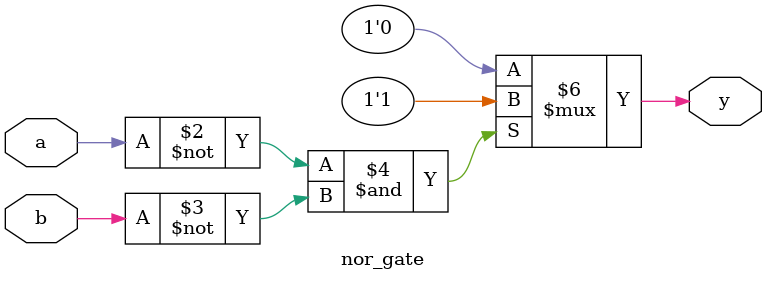
<source format=v>
`timescale 1ns / 1ps


//Gate level modelling
/*module nor_gate(a,b,y);
  input a,b; 
  output y; 
  nor(y,a,b); 
endmodule

////Data flow modelling
module nor_gate(a,b,y);
  input a,b; 
  output y; 
  assign y=~(a|b);
  endmodule*/
  
///Behavioral modelling
module nor_gate(a,b,y);
  input a,b; 
  output reg y; 
  always@(a,b)
  begin
  if(a==1'b0 & b==1'b0)
    begin
    y=1'b1;
    end   
    else
    y=1'b0;
    end
 endmodule



</source>
